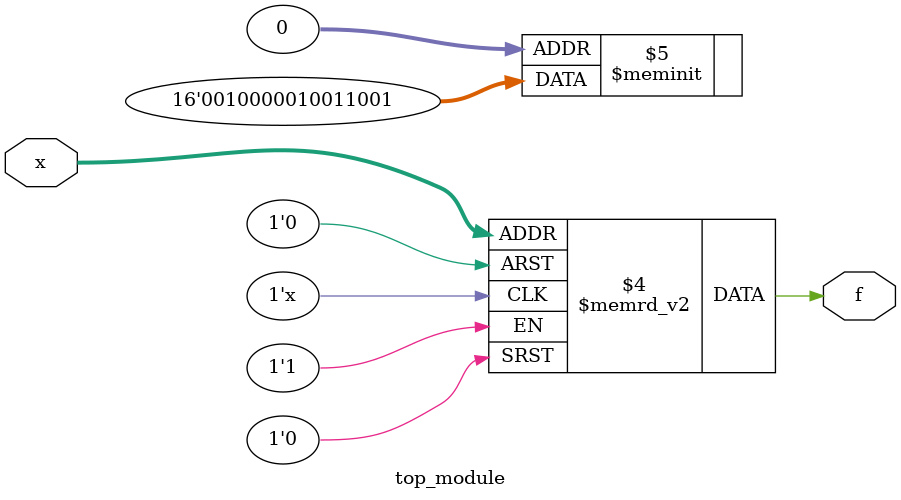
<source format=sv>
module top_module (
	input [4:1] x,
	output logic f
);

// Implementing the function f using the given truth table

always_comb begin
	case (x)
		4'b 0000 : f = 1'b1;
		4'b 0001 : f = 1'b0;
		4'b 0011 : f = 1'b1;
		4'b 0100 : f = 1'b1;
		4'b 0101 : f = 1'b0;
		4'b 0111 : f = 1'b1;
		4'b 1000 : f = 1'b0;
		4'b 1001 : f = 1'b0;
		4'b 1011 : f = 1'b0;
		4'b 1100 : f = 1'b0;
		4'b 1101 : f = 1'b1;
		4'b 1111 : f = 1'b0;
		default : f = 1'b0;
	endcase
end

endmodule

</source>
